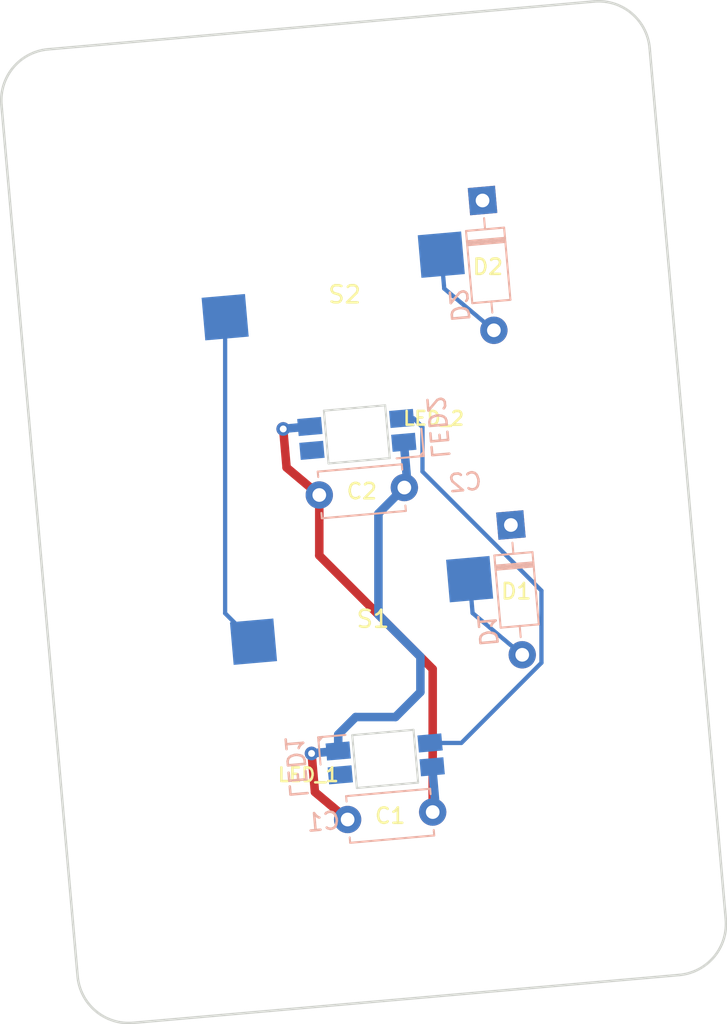
<source format=kicad_pcb>
(kicad_pcb (version 20240108) (generator "pcbnew") (generator_version "8.0")
  (title_block (title "travis_keytest") (rev "2024.03.23") (company "Travis Hardiman"))
  (layers (0 "F.Cu" signal) (31 "B.Cu" signal) (34 "B.Paste" user) (35 "F.Paste" user) (36 "B.SilkS" user "B.Silkscreen") (37 "F.SilkS" user "F.Silkscreen") (38 "B.Mask" user) (39 "F.Mask" user) (44 "Edge.Cuts" user))
  (net 0 "")
  (net 1 "single_A_one")
  (net 2 "col0")
  (net 3 "row0")
  (net 4 "LED_1")
  (net 5 "LED_2")
  (net 6 "RAW")
  (net 7 "GND")
  (net 8 "single_A_two")
  (net 9 "row1")
  (net 10 "LED_3")
  (footprint "MX" (layer "F.Cu") (at 100 100 5)
    (property "Reference" "S1" (at 0 -3.25 0) (layer "F.SilkS"))
    (property "Value" "Kailh MX Switch Sockets" (hide yes))
    (pad "" np_thru_hole circle (at -5.08 0) (size 1.7018 1.7018) (drill 1.7018) (layers "*.Cu" "*.Mask"))
    (pad "" np_thru_hole circle (at -3.81 -2.54) (size 3 3) (drill 3) (layers "*.Cu" "*.Mask"))
    (pad "" np_thru_hole circle (at 0 0) (size 3.9878 3.9878) (drill 3.9878) (layers "*.Cu" "*.Mask"))
    (pad "" np_thru_hole circle (at 2.54 -5.08) (size 3 3) (drill 3) (layers "*.Cu" "*.Mask"))
    (pad "" np_thru_hole circle (at 5.08 0) (size 1.7018 1.7018) (drill 1.7018) (layers "*.Cu" "*.Mask"))
    (pad "1" smd rect (at -7.085 -2.54 5) (size 2.55 2.5) (layers "B.Cu" "B.Paste" "B.Mask") (net 2 "col0"))
    (pad "2" smd rect (at 5.842 -5.08 5) (size 2.55 2.5) (layers "B.Cu" "B.Paste" "B.Mask") (net 1 "single_A_one"))
  )
  (footprint "MX" (layer "F.Cu") (at 98.339683 81.022491 5)
    (property "Reference" "S2" (at 0 -3.25 0) (layer "F.SilkS"))
    (property "Value" "Kailh MX Switch Sockets" (hide yes))
    (pad "" np_thru_hole circle (at -5.08 0) (size 1.7018 1.7018) (drill 1.7018) (layers "*.Cu" "*.Mask"))
    (pad "" np_thru_hole circle (at -3.81 -2.54) (size 3 3) (drill 3) (layers "*.Cu" "*.Mask"))
    (pad "" np_thru_hole circle (at 0 0) (size 3.9878 3.9878) (drill 3.9878) (layers "*.Cu" "*.Mask"))
    (pad "" np_thru_hole circle (at 2.54 -5.08) (size 3 3) (drill 3) (layers "*.Cu" "*.Mask"))
    (pad "" np_thru_hole circle (at 5.08 0) (size 1.7018 1.7018) (drill 1.7018) (layers "*.Cu" "*.Mask"))
    (pad "1" smd rect (at -7.085 -2.54 5) (size 2.55 2.5) (layers "B.Cu" "B.Paste" "B.Mask") (net 2 "col0"))
    (pad "2" smd rect (at 5.842 -5.08 5) (size 2.55 2.5) (layers "B.Cu" "B.Paste" "B.Mask") (net 8 "single_A_two"))
  )
  (footprint "Diode_DO-35" (layer "B.Cu") (at 107.7931 91.2625 -85)
    (property "Reference" "D1" (at 5.985 1.921 -85) (layer "B.SilkS") (effects (justify mirror)))
    (property "Value" "1N4148")
    (fp_line (start 1.69 1.12) (end 5.93 1.12) (stroke (width 0.12)) (layer "B.SilkS"))
    (fp_line (start 5.93 1.12) (end 5.93 -1.12) (stroke (width 0.12)) (layer "B.SilkS"))
    (fp_line (start 1.04 0) (end 1.69 0) (stroke (width 0.12)) (layer "B.SilkS"))
    (fp_line (start 6.58 0) (end 5.93 0) (stroke (width 0.12)) (layer "B.SilkS"))
    (fp_line (start 1.69 -1.12) (end 1.69 1.12) (stroke (width 0.12)) (layer "B.SilkS"))
    (fp_line (start 2.29 -1.12) (end 2.29 1.12) (stroke (width 0.12)) (layer "B.SilkS"))
    (fp_line (start 2.41 -1.12) (end 2.41 1.12) (stroke (width 0.12)) (layer "B.SilkS"))
    (fp_line (start 2.53 -1.12) (end 2.53 1.12) (stroke (width 0.12)) (layer "B.SilkS"))
    (fp_line (start 5.93 -1.12) (end 1.69 -1.12) (stroke (width 0.12)) (layer "B.SilkS"))
    (pad "1" thru_hole rect (at 0 0 275) (size 1.6 1.6) (drill 0.8) (layers "*.Cu" "*.Mask") (net 3 "row0"))
    (pad "2" thru_hole oval (at 7.62 0 275) (size 1.6 1.6) (drill 0.8) (layers "*.Cu" "*.Mask") (net 1 "single_A_one"))
  )
  (footprint "ceoloide:led_SK6812mini-e (per-key single-side)" (layer "B.Cu") (at 100.4323 104.9411 5)
    (property "Reference" "LED1" (at -5.25 0 95) (layer "B.SilkS") (effects (justify mirror)))
    (property "Value" "SK6812mini-e")
    (fp_line (start -3.8 -1.6) (end -2.2 -1.6) (stroke (width 0.12)) (layer "B.SilkS"))
    (fp_line (start -3.8 -1.36) (end -3.56 -1.6) (stroke (width 0.12)) (layer "B.SilkS"))
    (fp_line (start -3.8 0) (end -3.8 -1.6) (stroke (width 0.12)) (layer "B.SilkS"))
    (fp_line (start -1.8 -1.55) (end -1.8 1.55) (stroke (width 0.12)) (layer "Edge.Cuts"))
    (fp_line (start -1.8 1.55) (end 1.8 1.55) (stroke (width 0.12)) (layer "Edge.Cuts"))
    (fp_line (start 1.8 -1.55) (end -1.8 -1.55) (stroke (width 0.12)) (layer "Edge.Cuts"))
    (fp_line (start 1.8 1.55) (end 1.8 -1.55) (stroke (width 0.12)) (layer "Edge.Cuts"))
    (pad "1" smd rect (at 2.7 0.7 5) (size 1.4 1) (layers "B.Cu" "B.Paste" "B.Mask") (net 6 "RAW"))
    (pad "2" smd rect (at 2.7 -0.7 5) (size 1.4 1) (layers "B.Cu" "B.Paste" "B.Mask") (net 5 "LED_2"))
    (pad "3" smd rect (at -2.7 -0.7 5) (size 1.4 1) (layers "B.Cu" "B.Paste" "B.Mask") (net 7 "GND"))
    (pad "4" smd rect (at -2.7 0.7 5) (size 1.4 1) (layers "B.Cu" "B.Paste" "B.Mask") (net 4 "LED_1"))
  )
  (footprint "ceoloide:led_SK6812mini-e (per-key single-side)" (layer "B.Cu") (at 98.772 85.9636 -175)
    (property "Reference" "LED2" (at -4.75 0 95) (layer "B.SilkS") (effects (justify mirror)))
    (property "Value" "SK6812mini-e")
    (fp_line (start -3.8 0) (end -3.8 -1.6) (stroke (width 0.12)) (layer "B.SilkS"))
    (fp_line (start -3.8 -1.36) (end -3.56 -1.6) (stroke (width 0.12)) (layer "B.SilkS"))
    (fp_line (start -3.8 -1.6) (end -2.2 -1.6) (stroke (width 0.12)) (layer "B.SilkS"))
    (fp_line (start 1.8 1.55) (end 1.8 -1.55) (stroke (width 0.12)) (layer "Edge.Cuts"))
    (fp_line (start 1.8 -1.55) (end -1.8 -1.55) (stroke (width 0.12)) (layer "Edge.Cuts"))
    (fp_line (start -1.8 1.55) (end 1.8 1.55) (stroke (width 0.12)) (layer "Edge.Cuts"))
    (fp_line (start -1.8 -1.55) (end -1.8 1.55) (stroke (width 0.12)) (layer "Edge.Cuts"))
    (pad "1" smd rect (at 2.7 0.7 185) (size 1.4 1) (layers "B.Cu" "B.Paste" "B.Mask") (net 6 "RAW"))
    (pad "2" smd rect (at 2.7 -0.7 185) (size 1.4 1) (layers "B.Cu" "B.Paste" "B.Mask") (net 10 "LED_3"))
    (pad "3" smd rect (at -2.7 -0.7 185) (size 1.4 1) (layers "B.Cu" "B.Paste" "B.Mask") (net 7 "GND"))
    (pad "4" smd rect (at -2.7 0.7 185) (size 1.4 1) (layers "B.Cu" "B.Paste" "B.Mask") (net 5 "LED_2"))
  )
  (footprint "Diode_DO-35" (layer "B.Cu") (at 106.1328 72.285 -85)
    (property "Reference" "D2" (at 5.985 1.921 -85) (layer "B.SilkS") (effects (justify mirror)))
    (property "Value" "1N4148")
    (fp_line (start 1.69 1.12) (end 5.93 1.12) (stroke (width 0.12)) (layer "B.SilkS"))
    (fp_line (start 5.93 1.12) (end 5.93 -1.12) (stroke (width 0.12)) (layer "B.SilkS"))
    (fp_line (start 1.04 0) (end 1.69 0) (stroke (width 0.12)) (layer "B.SilkS"))
    (fp_line (start 6.58 0) (end 5.93 0) (stroke (width 0.12)) (layer "B.SilkS"))
    (fp_line (start 1.69 -1.12) (end 1.69 1.12) (stroke (width 0.12)) (layer "B.SilkS"))
    (fp_line (start 2.29 -1.12) (end 2.29 1.12) (stroke (width 0.12)) (layer "B.SilkS"))
    (fp_line (start 2.41 -1.12) (end 2.41 1.12) (stroke (width 0.12)) (layer "B.SilkS"))
    (fp_line (start 2.53 -1.12) (end 2.53 1.12) (stroke (width 0.12)) (layer "B.SilkS"))
    (fp_line (start 5.93 -1.12) (end 1.69 -1.12) (stroke (width 0.12)) (layer "B.SilkS"))
    (pad "1" thru_hole rect (at 0 0 275) (size 1.6 1.6) (drill 0.8) (layers "*.Cu" "*.Mask") (net 9 "row1"))
    (pad "2" thru_hole oval (at 7.62 0 275) (size 1.6 1.6) (drill 0.8) (layers "*.Cu" "*.Mask") (net 8 "single_A_two"))
  )
  (footprint "C_Disc_D4.7mm_W2.5mm_P5.00mm" (layer "B.Cu") (at 96.5726 89.5088 5)
    (property "Reference" "C2" (at 7.5 0 5) (layer "B.SilkS") (effects (justify right mirror)))
    (property "Value" "104")
    (fp_line (start 0.029999 -1.37) (end 0.03 -1.055) (stroke (width 0.12)) (layer "B.SilkS"))
    (fp_line (start 0.029999 -1.37) (end 4.97 -1.37) (stroke (width 0.12)) (layer "B.SilkS"))
    (fp_line (start 0.03 1.055) (end 0.03 1.37) (stroke (width 0.12)) (layer "B.SilkS"))
    (fp_line (start 0.03 1.37) (end 4.97 1.37) (stroke (width 0.12)) (layer "B.SilkS"))
    (fp_line (start 4.97 -1.37) (end 4.97 -1.055) (stroke (width 0.12)) (layer "B.SilkS"))
    (fp_line (start 4.97 1.055) (end 4.97 1.37) (stroke (width 0.12)) (layer "B.SilkS"))
    (pad "1" thru_hole circle (at 0 0) (size 1.6 1.6) (drill 0.8) (layers "*.Cu" "*.Mask") (net 6 "RAW"))
    (pad "2" thru_hole circle (at 5 0) (size 1.6 1.6) (drill 0.8) (layers "*.Cu" "*.Mask") (net 7 "GND"))
  )
  (footprint "C_Disc_D4.7mm_W2.5mm_P5.00mm" (layer "B.Cu") (at 103.2139 108.0505 -175)
    (property "Reference" "C1" (at 7.5 0 -175) (layer "B.SilkS") (effects (justify right mirror)))
    (property "Value" "104")
    (fp_line (start 4.97 1.055) (end 4.97 1.37) (stroke (width 0.12)) (layer "B.SilkS"))
    (fp_line (start 4.97 -1.37) (end 4.97 -1.055) (stroke (width 0.12)) (layer "B.SilkS"))
    (fp_line (start 0.03 1.37) (end 4.97 1.37) (stroke (width 0.12)) (layer "B.SilkS"))
    (fp_line (start 0.03 1.055) (end 0.03 1.37) (stroke (width 0.12)) (layer "B.SilkS"))
    (fp_line (start 0.029999 -1.37) (end 4.97 -1.37) (stroke (width 0.12)) (layer "B.SilkS"))
    (fp_line (start 0.029999 -1.37) (end 0.03 -1.055) (stroke (width 0.12)) (layer "B.SilkS"))
    (pad "1" thru_hole circle (at 0 0) (size 1.6 1.6) (drill 0.8) (layers "*.Cu" "*.Mask") (net 6 "RAW"))
    (pad "2" thru_hole circle (at 5 0) (size 1.6 1.6) (drill 0.8) (layers "*.Cu" "*.Mask") (net 7 "GND"))
  )
  (gr_arc (start 77.963325 66.693884) (mid 78.653775 64.504054) (end 80.690441 63.443832) (stroke (width 0.15)) (layer "Edge.Cuts"))
  (gr_arc (start 112.668291 60.646132) (mid 114.858121 61.336583) (end 115.918342 63.373249) (stroke (width 0.15)) (layer "Edge.Cuts"))
  (gr_line (start 115.918342 63.373249) (end 120.376359 114.328608) (stroke (width 0.15)) (layer "Edge.Cuts"))
  (gr_line (start 117.649242 117.578659) (end 85.671392 120.376359) (stroke (width 0.15)) (layer "Edge.Cuts"))
  (gr_arc (start 120.376359 114.328608) (mid 119.685908 116.518438) (end 117.649242 117.578659) (stroke (width 0.15)) (layer "Edge.Cuts"))
  (gr_line (start 82.421341 117.649242) (end 77.963324 66.693883) (stroke (width 0.15)) (layer "Edge.Cuts"))
  (gr_line (start 80.690441 63.443832) (end 112.668291 60.646132) (stroke (width 0.15)) (layer "Edge.Cuts"))
  (gr_arc (start 85.671392 120.376359) (mid 83.481562 119.685908) (end 82.421341 117.649242) (stroke (width 0.15)) (layer "Edge.Cuts"))
  (gr_text "C1" (at 100.7234 108.2684 0) (layer "F.SilkS") (effects (font (size 0.9 0.9))))
  (gr_text "C2" (at 99.0631 89.2909 0) (layer "F.SilkS") (effects (font (size 0.9 0.9))))
  (gr_text "D2" (at 105.4687 76.1677 0) (layer "F.SilkS") (effects (font (size 0.9 0.9)) (justify left)))
  (gr_text "D1" (at 107.129 95.1452 0) (layer "F.SilkS") (effects (font (size 0.9 0.9)) (justify left)))
  (gr_text "LED_1" (at 97.8036 105.8738 0) (layer "F.SilkS") (effects (font (size 0.8 0.8)) (justify right)))
  (gr_text "LED_2" (at 101.4007 85.031 0) (layer "F.SilkS") (effects (font (size 0.8 0.8)) (justify left)))
  (segment (start 105.377 94.4302) (end 105.5506 96.4146) (width 0.25) (layer "B.Cu") (net 1))
  (segment (start 105.5506 96.4146) (end 108.4573 98.8535) (width 0.25) (layer "B.Cu") (net 1))
  (segment (start 92.720585 98.087164) (end 91.060268 96.426847) (width 0.25) (layer "B.Cu") (net 2))
  (segment (start 91.060268 96.426847) (end 91.060268 79.109655) (width 0.25) (layer "B.Cu") (net 2))
  (segment (start 103.061017 104.008443) (end 104.893279 104.008443) (width 0.25) (layer "B.Cu") (net 5))
  (segment (start 109.582227 99.319495) (end 109.582227 95.105159) (width 0.25) (layer "B.Cu") (net 5))
  (segment (start 104.893279 104.008443) (end 109.582227 99.319495) (width 0.25) (layer "B.Cu") (net 5))
  (segment (start 102.103391 85.030943) (end 101.400717 85.030943) (width 0.25) (layer "B.Cu") (net 5))
  (segment (start 102.616 85.543552) (end 102.103391 85.030943) (width 0.25) (layer "B.Cu") (net 5))
  (segment (start 102.616 88.138932) (end 102.616 85.543552) (width 0.25) (layer "B.Cu") (net 5))
  (segment (start 109.582227 95.105159) (end 102.616 88.138932) (width 0.25) (layer "B.Cu") (net 5))
  (segment (start 94.6581 87.9023) (end 96.5726 89.5088) (width 0.5) (layer "F.Cu") (net 6))
  (segment (start 103.2139 108.0505) (end 103.2139 99.686993) (width 0.5) (layer "F.Cu") (net 6))
  (segment (start 96.5726 93.045693) (end 96.5726 89.5088) (width 0.5) (layer "F.Cu") (net 6))
  (segment (start 103.2139 99.686993) (end 96.5726 93.045693) (width 0.5) (layer "F.Cu") (net 6))
  (segment (start 94.4606 85.6454) (end 94.6581 87.9023) (width 0.5) (layer "F.Cu") (net 6))
  (via (at 94.4606 85.6454) (size 0.8) (drill 0.4) (layers "F.Cu" "B.Cu") (net 6))
  (segment (start 96.0212 85.5016) (end 94.4672 85.6376) (width 0.5) (layer "B.Cu") (net 6))
  (segment (start 94.4672 85.6376) (end 94.4606 85.6454) (width 0.5) (layer "B.Cu") (net 6))
  (segment (start 103.3957 107.8339) (end 103.2139 108.0505) (width 0.5) (layer "B.Cu") (net 6))
  (segment (start 103.183 105.4031) (end 103.3957 107.8339) (width 0.5) (layer "B.Cu") (net 6))
  (segment (start 96.3184 106.8799) (end 98.2329 108.4863) (width 0.5) (layer "F.Cu") (net 7))
  (segment (start 96.1209 104.6229) (end 96.3184 106.8799) (width 0.5) (layer "F.Cu") (net 7))
  (via (at 96.1209 104.6229) (size 0.8) (drill 0.4) (layers "F.Cu" "B.Cu") (net 7))
  (segment (start 100.036053 90.590541) (end 101.553573 89.073021) (width 0.5) (layer "B.Cu") (net 7))
  (segment (start 101.033007 102.4939) (end 102.4939 101.033007) (width 0.5) (layer "B.Cu") (net 7))
  (segment (start 96.1275 104.6151) (end 96.1209 104.6229) (width 0.5) (layer "B.Cu") (net 7))
  (segment (start 101.7354 88.8563) (end 101.5536 89.073) (width 0.5) (layer "B.Cu") (net 7))
  (segment (start 98.703746 102.4939) (end 101.033007 102.4939) (width 0.5) (layer "B.Cu") (net 7))
  (segment (start 97.681565 103.516081) (end 98.703746 102.4939) (width 0.5) (layer "B.Cu") (net 7))
  (segment (start 102.4939 98.966993) (end 100.036053 96.509147) (width 0.5) (layer "B.Cu") (net 7))
  (segment (start 100.036053 96.509147) (end 100.036053 90.590541) (width 0.5) (layer "B.Cu") (net 7))
  (segment (start 97.681565 104.479084) (end 97.681565 103.516081) (width 0.5) (layer "B.Cu") (net 7))
  (segment (start 97.6816 104.4791) (end 96.1275 104.6151) (width 0.5) (layer "B.Cu") (net 7))
  (segment (start 102.4939 101.033007) (end 102.4939 98.966993) (width 0.5) (layer "B.Cu") (net 7))
  (segment (start 101.5227 86.4256) (end 101.7354 88.8563) (width 0.5) (layer "B.Cu") (net 7))
  (segment (start 103.8903 77.4371) (end 106.7969 79.876) (width 0.25) (layer "B.Cu") (net 8))
  (segment (start 103.7167 75.4527) (end 103.8903 77.4371) (width 0.25) (layer "B.Cu") (net 8))
)
</source>
